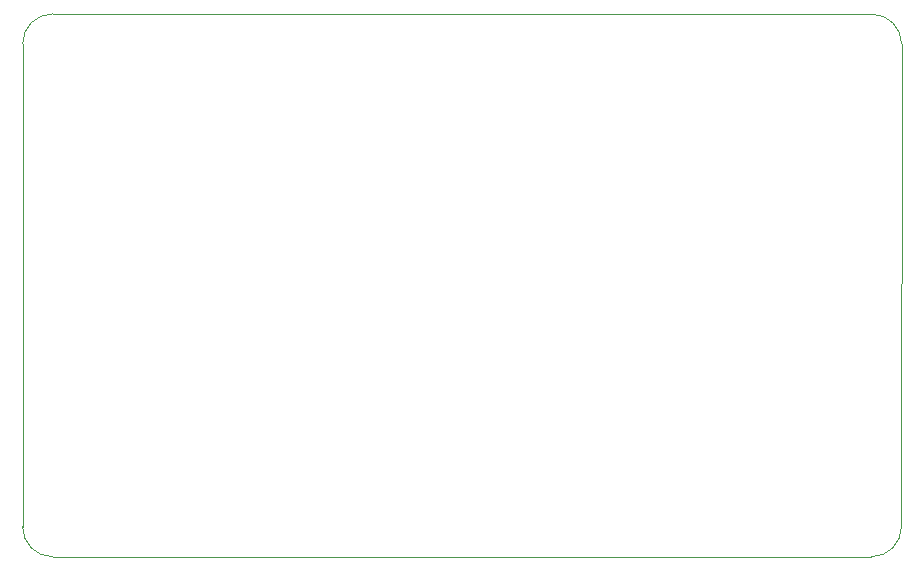
<source format=gm1>
G04 #@! TF.GenerationSoftware,KiCad,Pcbnew,(6.0.8)*
G04 #@! TF.CreationDate,2022-10-20T16:10:57-05:00*
G04 #@! TF.ProjectId,H-Bridge,482d4272-6964-4676-952e-6b696361645f,rev?*
G04 #@! TF.SameCoordinates,Original*
G04 #@! TF.FileFunction,Profile,NP*
%FSLAX46Y46*%
G04 Gerber Fmt 4.6, Leading zero omitted, Abs format (unit mm)*
G04 Created by KiCad (PCBNEW (6.0.8)) date 2022-10-20 16:10:57*
%MOMM*%
%LPD*%
G01*
G04 APERTURE LIST*
G04 #@! TA.AperFunction,Profile*
%ADD10C,0.100000*%
G04 #@! TD*
G04 APERTURE END LIST*
D10*
X129794049Y-49040051D02*
G75*
G03*
X127254000Y-46500051I-2540049J-49D01*
G01*
X127235949Y-92456000D02*
X57912000Y-92456000D01*
X127235949Y-92456049D02*
G75*
G03*
X129775949Y-89916000I-49J2540049D01*
G01*
X55372000Y-89916000D02*
X55372000Y-49022000D01*
X57912000Y-46482000D02*
G75*
G03*
X55372000Y-49022000I0J-2540000D01*
G01*
X129775949Y-89916000D02*
X129794000Y-49040051D01*
X127254000Y-46500051D02*
X57912000Y-46482000D01*
X55372000Y-89916000D02*
G75*
G03*
X57912000Y-92456000I2540000J0D01*
G01*
M02*

</source>
